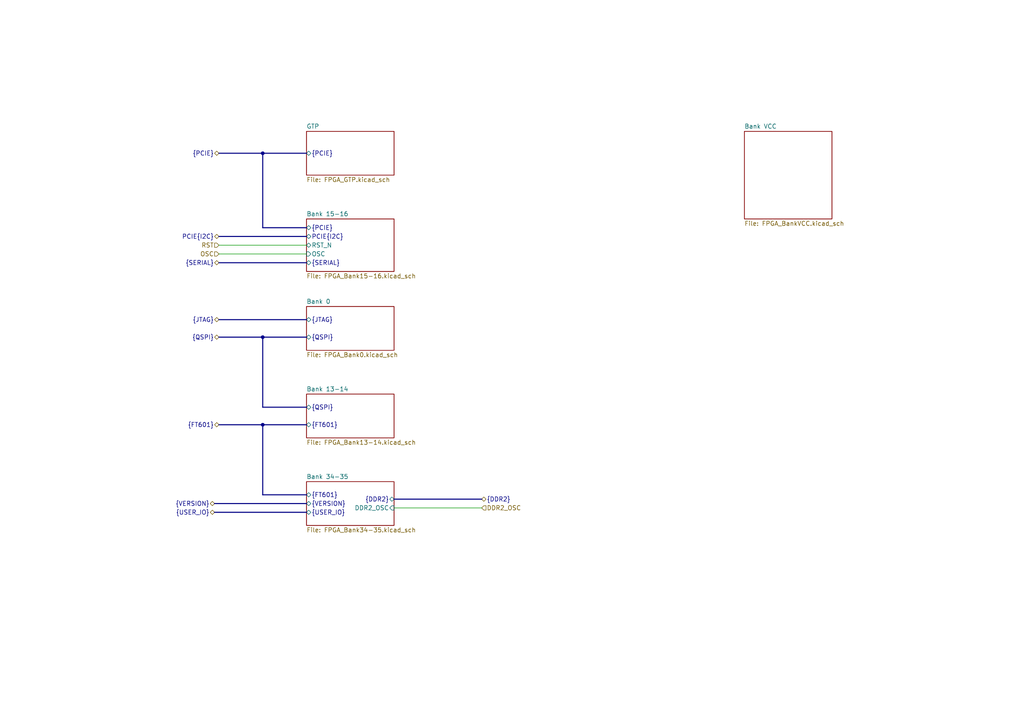
<source format=kicad_sch>
(kicad_sch
	(version 20231120)
	(generator "eeschema")
	(generator_version "8.0")
	(uuid "6f13fa2a-aa60-4885-bc07-14bb9097f1ef")
	(paper "A4")
	(title_block
		(title "PCIeDMA")
		(date "2024-01-01")
		(rev "1")
		(company "github.com/eggsampler")
	)
	(lib_symbols)
	(junction
		(at 76.2 123.19)
		(diameter 0)
		(color 0 0 0 0)
		(uuid "3ec66a77-5e20-4a87-95f3-70aee17ec45f")
	)
	(junction
		(at 76.2 97.79)
		(diameter 0)
		(color 0 0 0 0)
		(uuid "460f78cc-0f8b-4711-8b9a-e9b693acc557")
	)
	(junction
		(at 76.2 44.45)
		(diameter 0)
		(color 0 0 0 0)
		(uuid "a4793487-51f8-49e9-8b6f-a75dceb4bc61")
	)
	(bus
		(pts
			(xy 76.2 118.11) (xy 88.9 118.11)
		)
		(stroke
			(width 0)
			(type default)
		)
		(uuid "07a9bda1-0352-4cbe-ad3d-cd66c094c04e")
	)
	(bus
		(pts
			(xy 62.23 146.05) (xy 88.9 146.05)
		)
		(stroke
			(width 0)
			(type default)
		)
		(uuid "224f1f84-c987-4669-bd5d-2af2e47f9aef")
	)
	(bus
		(pts
			(xy 76.2 66.04) (xy 76.2 44.45)
		)
		(stroke
			(width 0)
			(type default)
		)
		(uuid "383c391e-ed03-4ef9-8379-f229d17960b3")
	)
	(bus
		(pts
			(xy 63.5 123.19) (xy 76.2 123.19)
		)
		(stroke
			(width 0)
			(type default)
		)
		(uuid "3ca0f3e8-6e2b-4116-938c-c5e97c89a55d")
	)
	(bus
		(pts
			(xy 62.23 148.59) (xy 88.9 148.59)
		)
		(stroke
			(width 0)
			(type default)
		)
		(uuid "4db13b7e-1f9b-49c5-be8a-f724abdad7bb")
	)
	(bus
		(pts
			(xy 76.2 143.51) (xy 76.2 123.19)
		)
		(stroke
			(width 0)
			(type default)
		)
		(uuid "55bd0c59-63cc-4211-bb3c-23ffc3e5b597")
	)
	(bus
		(pts
			(xy 63.5 97.79) (xy 76.2 97.79)
		)
		(stroke
			(width 0)
			(type default)
		)
		(uuid "56a1bd02-e74e-4c5a-8858-e9a0007a1604")
	)
	(bus
		(pts
			(xy 88.9 143.51) (xy 76.2 143.51)
		)
		(stroke
			(width 0)
			(type default)
		)
		(uuid "8f150a39-5791-4527-9585-f85fb577b5ce")
	)
	(bus
		(pts
			(xy 63.5 44.45) (xy 76.2 44.45)
		)
		(stroke
			(width 0)
			(type default)
		)
		(uuid "8f6765ab-d8f2-4990-8493-d3b99d95fda4")
	)
	(bus
		(pts
			(xy 63.5 68.58) (xy 88.9 68.58)
		)
		(stroke
			(width 0)
			(type default)
		)
		(uuid "9af0f0ee-e4b5-49e6-83ea-a20f753ba86f")
	)
	(bus
		(pts
			(xy 88.9 66.04) (xy 76.2 66.04)
		)
		(stroke
			(width 0)
			(type default)
		)
		(uuid "a71d645c-e880-4f67-981c-78de6d4147eb")
	)
	(bus
		(pts
			(xy 76.2 118.11) (xy 76.2 97.79)
		)
		(stroke
			(width 0)
			(type default)
		)
		(uuid "af86cec3-7743-4a3f-9cd2-28b446150c1e")
	)
	(wire
		(pts
			(xy 63.5 71.12) (xy 88.9 71.12)
		)
		(stroke
			(width 0)
			(type default)
		)
		(uuid "c2e4d006-a21a-4808-abfc-be362015e628")
	)
	(wire
		(pts
			(xy 114.3 147.32) (xy 139.7 147.32)
		)
		(stroke
			(width 0)
			(type default)
		)
		(uuid "c62e31a9-a63e-44a3-9ebd-d5f4c8902c5b")
	)
	(bus
		(pts
			(xy 76.2 123.19) (xy 88.9 123.19)
		)
		(stroke
			(width 0)
			(type default)
		)
		(uuid "c89493a5-546b-4c57-9426-2995573f7536")
	)
	(bus
		(pts
			(xy 63.5 92.71) (xy 88.9 92.71)
		)
		(stroke
			(width 0)
			(type default)
		)
		(uuid "d1f6ff03-5f03-46f1-97fd-dcfc1a6b9d85")
	)
	(bus
		(pts
			(xy 76.2 97.79) (xy 88.9 97.79)
		)
		(stroke
			(width 0)
			(type default)
		)
		(uuid "d247bae5-f35d-4ef3-ac59-817360d7e5f1")
	)
	(bus
		(pts
			(xy 63.5 76.2) (xy 88.9 76.2)
		)
		(stroke
			(width 0)
			(type default)
		)
		(uuid "e9a1110a-b584-4c18-8ce3-1459cc4e5136")
	)
	(bus
		(pts
			(xy 76.2 44.45) (xy 88.9 44.45)
		)
		(stroke
			(width 0)
			(type default)
		)
		(uuid "e9a60b60-465e-45ba-b271-9623ff10a2a2")
	)
	(wire
		(pts
			(xy 63.5 73.66) (xy 88.9 73.66)
		)
		(stroke
			(width 0)
			(type default)
		)
		(uuid "f1a29235-d527-42d1-9af6-82c82e205199")
	)
	(bus
		(pts
			(xy 114.3 144.78) (xy 139.7 144.78)
		)
		(stroke
			(width 0)
			(type default)
		)
		(uuid "fa3d9da0-2ea3-4ff7-81cf-97663b46b072")
	)
	(hierarchical_label "DDR2_OSC"
		(shape input)
		(at 139.7 147.32 0)
		(fields_autoplaced yes)
		(effects
			(font
				(size 1.27 1.27)
			)
			(justify left)
		)
		(uuid "16be8b29-46ff-4a1a-8a87-05fabffca6a0")
	)
	(hierarchical_label "{SERIAL}"
		(shape bidirectional)
		(at 63.5 76.2 180)
		(fields_autoplaced yes)
		(effects
			(font
				(size 1.27 1.27)
			)
			(justify right)
		)
		(uuid "232c37c7-baa4-456a-bd70-849673c64300")
	)
	(hierarchical_label "{JTAG}"
		(shape bidirectional)
		(at 63.5 92.71 180)
		(fields_autoplaced yes)
		(effects
			(font
				(size 1.27 1.27)
			)
			(justify right)
		)
		(uuid "27e1ce58-9631-41d2-9fb7-efb3a88ec1f2")
	)
	(hierarchical_label "RST"
		(shape input)
		(at 63.5 71.12 180)
		(fields_autoplaced yes)
		(effects
			(font
				(size 1.27 1.27)
			)
			(justify right)
		)
		(uuid "2ea91b65-714c-46b1-867d-afe349ff7400")
	)
	(hierarchical_label "{PCIE}"
		(shape bidirectional)
		(at 63.5 44.45 180)
		(fields_autoplaced yes)
		(effects
			(font
				(size 1.27 1.27)
			)
			(justify right)
		)
		(uuid "371d5ee3-679b-4454-bc38-c8f4b80c4ca1")
	)
	(hierarchical_label "PCIE{I2C}"
		(shape bidirectional)
		(at 63.5 68.58 180)
		(fields_autoplaced yes)
		(effects
			(font
				(size 1.27 1.27)
			)
			(justify right)
		)
		(uuid "481b5db4-d929-4728-a8d8-66b2d9f7cded")
	)
	(hierarchical_label "{VERSION}"
		(shape bidirectional)
		(at 62.23 146.05 180)
		(fields_autoplaced yes)
		(effects
			(font
				(size 1.27 1.27)
			)
			(justify right)
		)
		(uuid "4babe5dd-4b62-4d9d-92ce-de93dca9e75d")
	)
	(hierarchical_label "{QSPI}"
		(shape bidirectional)
		(at 63.5 97.79 180)
		(fields_autoplaced yes)
		(effects
			(font
				(size 1.27 1.27)
			)
			(justify right)
		)
		(uuid "6b01ef85-ca09-4d89-a17d-71c746d6b25d")
	)
	(hierarchical_label "{FT601}"
		(shape bidirectional)
		(at 63.5 123.19 180)
		(fields_autoplaced yes)
		(effects
			(font
				(size 1.27 1.27)
			)
			(justify right)
		)
		(uuid "73bbfece-0783-44bb-ad0d-7d471f38f09c")
	)
	(hierarchical_label "{DDR2}"
		(shape bidirectional)
		(at 139.7 144.78 0)
		(fields_autoplaced yes)
		(effects
			(font
				(size 1.27 1.27)
			)
			(justify left)
		)
		(uuid "99b8de2f-a6c7-49e9-ba12-a040d3e886ff")
	)
	(hierarchical_label "{USER_IO}"
		(shape bidirectional)
		(at 62.23 148.59 180)
		(fields_autoplaced yes)
		(effects
			(font
				(size 1.27 1.27)
			)
			(justify right)
		)
		(uuid "a47b6ecd-8bb9-45e5-974a-916885dd65dc")
	)
	(hierarchical_label "OSC"
		(shape input)
		(at 63.5 73.66 180)
		(fields_autoplaced yes)
		(effects
			(font
				(size 1.27 1.27)
			)
			(justify right)
		)
		(uuid "c2ef7c25-e9e5-4340-b172-448e67aa4d1e")
	)
	(sheet
		(at 88.9 139.7)
		(size 25.4 12.7)
		(fields_autoplaced yes)
		(stroke
			(width 0.1524)
			(type solid)
		)
		(fill
			(color 0 0 0 0.0000)
		)
		(uuid "3132f396-d655-456d-bbc5-9738228cfd9e")
		(property "Sheetname" "Bank 34-35"
			(at 88.9 138.9884 0)
			(effects
				(font
					(size 1.27 1.27)
				)
				(justify left bottom)
			)
		)
		(property "Sheetfile" "FPGA_Bank34-35.kicad_sch"
			(at 88.9 152.9846 0)
			(effects
				(font
					(size 1.27 1.27)
				)
				(justify left top)
			)
		)
		(pin "{USER_IO}" bidirectional
			(at 88.9 148.59 180)
			(effects
				(font
					(size 1.27 1.27)
				)
				(justify left)
			)
			(uuid "782c2242-3a25-4212-a904-3b67ff55939e")
		)
		(pin "{FT601}" bidirectional
			(at 88.9 143.51 180)
			(effects
				(font
					(size 1.27 1.27)
				)
				(justify left)
			)
			(uuid "434eb3ff-e830-4e1d-abad-479edd0fef66")
		)
		(pin "{DDR2}" bidirectional
			(at 114.3 144.78 0)
			(effects
				(font
					(size 1.27 1.27)
				)
				(justify right)
			)
			(uuid "851a034f-05d4-42fc-955e-561e63c06dc1")
		)
		(pin "DDR2_OSC" input
			(at 114.3 147.32 0)
			(effects
				(font
					(size 1.27 1.27)
				)
				(justify right)
			)
			(uuid "1dcaa369-1e9f-471d-8a47-deb1468df8d1")
		)
		(pin "{VERSION}" bidirectional
			(at 88.9 146.05 180)
			(effects
				(font
					(size 1.27 1.27)
				)
				(justify left)
			)
			(uuid "e97d7d41-7077-4c0d-96c6-f887e78cb981")
		)
		(instances
			(project "PCIeDMA"
				(path "/e81b7940-99a9-4b7f-b36e-83163c2a41ea/1bd24438-f300-4e1e-b3e2-e79b521bfee6"
					(page "14")
				)
			)
		)
	)
	(sheet
		(at 88.9 63.5)
		(size 25.4 15.24)
		(fields_autoplaced yes)
		(stroke
			(width 0.1524)
			(type solid)
		)
		(fill
			(color 0 0 0 0.0000)
		)
		(uuid "4c577754-7766-4e54-90eb-b4735aa7ae9d")
		(property "Sheetname" "Bank 15-16"
			(at 88.9 62.7884 0)
			(effects
				(font
					(size 1.27 1.27)
				)
				(justify left bottom)
			)
		)
		(property "Sheetfile" "FPGA_Bank15-16.kicad_sch"
			(at 88.9 79.3246 0)
			(effects
				(font
					(size 1.27 1.27)
				)
				(justify left top)
			)
		)
		(pin "{PCIE}" bidirectional
			(at 88.9 66.04 180)
			(effects
				(font
					(size 1.27 1.27)
				)
				(justify left)
			)
			(uuid "be36cdfc-812e-4e05-9c78-bf4e343ac55d")
		)
		(pin "RST_N" bidirectional
			(at 88.9 71.12 180)
			(effects
				(font
					(size 1.27 1.27)
				)
				(justify left)
			)
			(uuid "e4d082b7-cf7a-4040-8b36-d6c9bf97323d")
		)
		(pin "PCIE{I2C}" bidirectional
			(at 88.9 68.58 180)
			(effects
				(font
					(size 1.27 1.27)
				)
				(justify left)
			)
			(uuid "6bcc9f1a-e6c0-4f87-9b86-69b07fa1164b")
		)
		(pin "OSC" input
			(at 88.9 73.66 180)
			(effects
				(font
					(size 1.27 1.27)
				)
				(justify left)
			)
			(uuid "fa061a37-600c-4b6a-8f91-b0c1ac8ab8c8")
		)
		(pin "{SERIAL}" bidirectional
			(at 88.9 76.2 180)
			(effects
				(font
					(size 1.27 1.27)
				)
				(justify left)
			)
			(uuid "1925b9a8-205d-4773-969a-c7a1756f8d48")
		)
		(instances
			(project "PCIeDMA"
				(path "/e81b7940-99a9-4b7f-b36e-83163c2a41ea/1bd24438-f300-4e1e-b3e2-e79b521bfee6"
					(page "11")
				)
			)
		)
	)
	(sheet
		(at 88.9 88.9)
		(size 25.4 12.7)
		(fields_autoplaced yes)
		(stroke
			(width 0.1524)
			(type solid)
		)
		(fill
			(color 0 0 0 0.0000)
		)
		(uuid "53f7ad83-0234-4eaa-80d2-7167faf33ffd")
		(property "Sheetname" "Bank 0"
			(at 88.9 88.1884 0)
			(effects
				(font
					(size 1.27 1.27)
				)
				(justify left bottom)
			)
		)
		(property "Sheetfile" "FPGA_Bank0.kicad_sch"
			(at 88.9 102.1846 0)
			(effects
				(font
					(size 1.27 1.27)
				)
				(justify left top)
			)
		)
		(pin "{JTAG}" bidirectional
			(at 88.9 92.71 180)
			(effects
				(font
					(size 1.27 1.27)
				)
				(justify left)
			)
			(uuid "55dc748c-ba49-4d67-992b-7c214e4ab62f")
		)
		(pin "{QSPI}" bidirectional
			(at 88.9 97.79 180)
			(effects
				(font
					(size 1.27 1.27)
				)
				(justify left)
			)
			(uuid "da3f10ef-8978-46d4-810e-aef62c967b9e")
		)
		(instances
			(project "PCIeDMA"
				(path "/e81b7940-99a9-4b7f-b36e-83163c2a41ea/1bd24438-f300-4e1e-b3e2-e79b521bfee6"
					(page "12")
				)
			)
		)
	)
	(sheet
		(at 215.9 38.1)
		(size 25.4 25.4)
		(fields_autoplaced yes)
		(stroke
			(width 0.1524)
			(type solid)
		)
		(fill
			(color 0 0 0 0.0000)
		)
		(uuid "88784417-4b6b-4834-822d-629ae8bdc9c6")
		(property "Sheetname" "Bank VCC"
			(at 215.9 37.3884 0)
			(effects
				(font
					(size 1.27 1.27)
				)
				(justify left bottom)
			)
		)
		(property "Sheetfile" "FPGA_BankVCC.kicad_sch"
			(at 215.9 64.0846 0)
			(effects
				(font
					(size 1.27 1.27)
				)
				(justify left top)
			)
		)
		(instances
			(project "PCIeDMA"
				(path "/e81b7940-99a9-4b7f-b36e-83163c2a41ea/1bd24438-f300-4e1e-b3e2-e79b521bfee6"
					(page "15")
				)
			)
		)
	)
	(sheet
		(at 88.9 38.1)
		(size 25.4 12.7)
		(fields_autoplaced yes)
		(stroke
			(width 0.1524)
			(type solid)
		)
		(fill
			(color 0 0 0 0.0000)
		)
		(uuid "a0d124b3-4257-4599-ab20-696eea4083f7")
		(property "Sheetname" "GTP"
			(at 88.9 37.3884 0)
			(effects
				(font
					(size 1.27 1.27)
				)
				(justify left bottom)
			)
		)
		(property "Sheetfile" "FPGA_GTP.kicad_sch"
			(at 88.9 51.3846 0)
			(effects
				(font
					(size 1.27 1.27)
				)
				(justify left top)
			)
		)
		(pin "{PCIE}" bidirectional
			(at 88.9 44.45 180)
			(effects
				(font
					(size 1.27 1.27)
				)
				(justify left)
			)
			(uuid "b78ccb99-6932-41d7-92e4-ad6aa0aa83e4")
		)
		(instances
			(project "PCIeDMA"
				(path "/e81b7940-99a9-4b7f-b36e-83163c2a41ea/1bd24438-f300-4e1e-b3e2-e79b521bfee6"
					(page "10")
				)
			)
		)
	)
	(sheet
		(at 88.9 114.3)
		(size 25.4 12.7)
		(fields_autoplaced yes)
		(stroke
			(width 0.1524)
			(type solid)
		)
		(fill
			(color 0 0 0 0.0000)
		)
		(uuid "ef7f5c88-c40f-4f06-af4b-db31cadb3dc7")
		(property "Sheetname" "Bank 13-14"
			(at 88.9 113.5884 0)
			(effects
				(font
					(size 1.27 1.27)
				)
				(justify left bottom)
			)
		)
		(property "Sheetfile" "FPGA_Bank13-14.kicad_sch"
			(at 88.9 127.5846 0)
			(effects
				(font
					(size 1.27 1.27)
				)
				(justify left top)
			)
		)
		(pin "{FT601}" bidirectional
			(at 88.9 123.19 180)
			(effects
				(font
					(size 1.27 1.27)
				)
				(justify left)
			)
			(uuid "cb6ad56c-a7c3-44b1-9e13-be3828dc0677")
		)
		(pin "{QSPI}" bidirectional
			(at 88.9 118.11 180)
			(effects
				(font
					(size 1.27 1.27)
				)
				(justify left)
			)
			(uuid "b1094d79-d85d-4b75-b42f-aa2dcf72b602")
		)
		(instances
			(project "PCIeDMA"
				(path "/e81b7940-99a9-4b7f-b36e-83163c2a41ea/1bd24438-f300-4e1e-b3e2-e79b521bfee6"
					(page "13")
				)
			)
		)
	)
)
</source>
